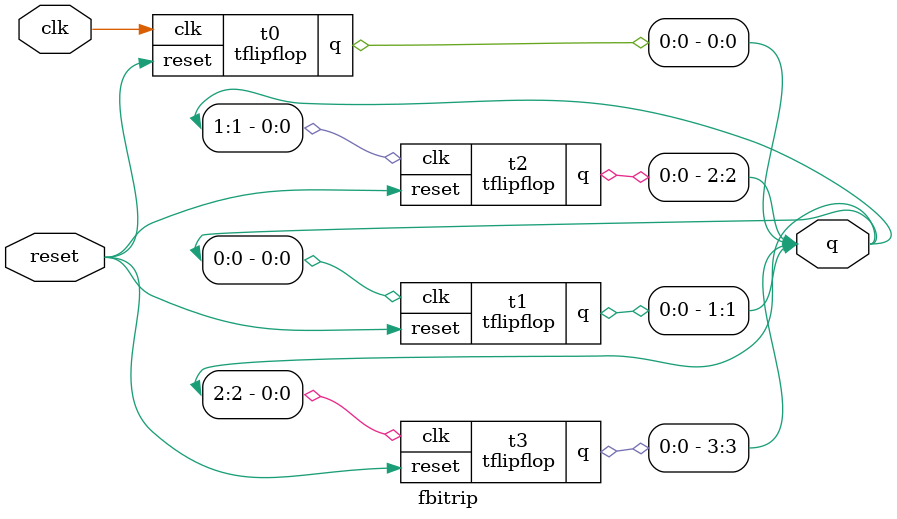
<source format=v>
module tflipflop(q,clk,reset);
input clk,reset;
output reg q;
always @(negedge clk) begin
    if(reset)
    q<=1'b0;
    else
    q<=(~q);
end
endmodule

module fbitrip(q,clk,reset);
input clk,reset;
output [3:0]q;
tflipflop t0(q[0],clk,reset);
tflipflop t1(q[1],q[0],reset);
tflipflop t2(q[2],q[1],reset);
tflipflop t3(q[3],q[2],reset);
endmodule

</source>
